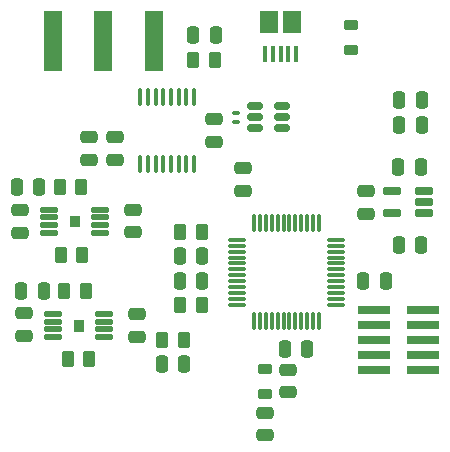
<source format=gbr>
%TF.GenerationSoftware,KiCad,Pcbnew,8.0.8*%
%TF.CreationDate,2025-04-15T16:12:00+02:00*%
%TF.ProjectId,gFocus,67466f63-7573-42e6-9b69-6361645f7063,rev?*%
%TF.SameCoordinates,Original*%
%TF.FileFunction,Paste,Top*%
%TF.FilePolarity,Positive*%
%FSLAX46Y46*%
G04 Gerber Fmt 4.6, Leading zero omitted, Abs format (unit mm)*
G04 Created by KiCad (PCBNEW 8.0.8) date 2025-04-15 16:12:00*
%MOMM*%
%LPD*%
G01*
G04 APERTURE LIST*
G04 Aperture macros list*
%AMRoundRect*
0 Rectangle with rounded corners*
0 $1 Rounding radius*
0 $2 $3 $4 $5 $6 $7 $8 $9 X,Y pos of 4 corners*
0 Add a 4 corners polygon primitive as box body*
4,1,4,$2,$3,$4,$5,$6,$7,$8,$9,$2,$3,0*
0 Add four circle primitives for the rounded corners*
1,1,$1+$1,$2,$3*
1,1,$1+$1,$4,$5*
1,1,$1+$1,$6,$7*
1,1,$1+$1,$8,$9*
0 Add four rect primitives between the rounded corners*
20,1,$1+$1,$2,$3,$4,$5,0*
20,1,$1+$1,$4,$5,$6,$7,0*
20,1,$1+$1,$6,$7,$8,$9,0*
20,1,$1+$1,$8,$9,$2,$3,0*%
G04 Aperture macros list end*
%ADD10C,0.010000*%
%ADD11RoundRect,0.250000X0.475000X-0.250000X0.475000X0.250000X-0.475000X0.250000X-0.475000X-0.250000X0*%
%ADD12RoundRect,0.250000X0.250000X0.475000X-0.250000X0.475000X-0.250000X-0.475000X0.250000X-0.475000X0*%
%ADD13RoundRect,0.250000X-0.250000X-0.475000X0.250000X-0.475000X0.250000X0.475000X-0.250000X0.475000X0*%
%ADD14RoundRect,0.250000X0.262500X0.450000X-0.262500X0.450000X-0.262500X-0.450000X0.262500X-0.450000X0*%
%ADD15RoundRect,0.250000X-0.475000X0.250000X-0.475000X-0.250000X0.475000X-0.250000X0.475000X0.250000X0*%
%ADD16RoundRect,0.250000X-0.262500X-0.450000X0.262500X-0.450000X0.262500X0.450000X-0.262500X0.450000X0*%
%ADD17R,0.400000X1.350000*%
%ADD18R,1.500000X1.900000*%
%ADD19RoundRect,0.060000X0.675000X0.180000X-0.675000X0.180000X-0.675000X-0.180000X0.675000X-0.180000X0*%
%ADD20RoundRect,0.150000X-0.512500X-0.150000X0.512500X-0.150000X0.512500X0.150000X-0.512500X0.150000X0*%
%ADD21RoundRect,0.075000X0.075000X-0.662500X0.075000X0.662500X-0.075000X0.662500X-0.075000X-0.662500X0*%
%ADD22RoundRect,0.075000X0.662500X-0.075000X0.662500X0.075000X-0.662500X0.075000X-0.662500X-0.075000X0*%
%ADD23R,2.790000X0.740000*%
%ADD24RoundRect,0.050000X-0.250000X0.100000X-0.250000X-0.100000X0.250000X-0.100000X0.250000X0.100000X0*%
%ADD25RoundRect,0.143500X-0.061500X0.591500X-0.061500X-0.591500X0.061500X-0.591500X0.061500X0.591500X0*%
%ADD26RoundRect,0.218750X-0.381250X0.218750X-0.381250X-0.218750X0.381250X-0.218750X0.381250X0.218750X0*%
%ADD27RoundRect,0.162500X0.617500X0.162500X-0.617500X0.162500X-0.617500X-0.162500X0.617500X-0.162500X0*%
%ADD28R,1.500000X5.080000*%
G04 APERTURE END LIST*
D10*
%TO.C,U3*%
X136806000Y-94115000D02*
X136094000Y-94115000D01*
X136094000Y-93235000D01*
X136806000Y-93235000D01*
X136806000Y-94115000D01*
G36*
X136806000Y-94115000D02*
G01*
X136094000Y-94115000D01*
X136094000Y-93235000D01*
X136806000Y-93235000D01*
X136806000Y-94115000D01*
G37*
%TO.C,U2*%
X137156000Y-102940000D02*
X136444000Y-102940000D01*
X136444000Y-102060000D01*
X137156000Y-102060000D01*
X137156000Y-102940000D01*
G36*
X137156000Y-102940000D02*
G01*
X136444000Y-102940000D01*
X136444000Y-102060000D01*
X137156000Y-102060000D01*
X137156000Y-102940000D01*
G37*
%TD*%
D11*
%TO.C,C9*%
X150700000Y-91100000D03*
X150700000Y-89200000D03*
%TD*%
D12*
%TO.C,C7*%
X165850000Y-83400000D03*
X163950000Y-83400000D03*
%TD*%
D13*
%TO.C,C25*%
X146500000Y-77900000D03*
X148400000Y-77900000D03*
%TD*%
D14*
%TO.C,R8*%
X148325000Y-80000000D03*
X146500000Y-80000000D03*
%TD*%
D11*
%TO.C,C5*%
X141400000Y-94600000D03*
X141400000Y-92700000D03*
%TD*%
D15*
%TO.C,C10*%
X139900000Y-86550000D03*
X139900000Y-88450000D03*
%TD*%
%TO.C,C12*%
X137700000Y-86550000D03*
X137700000Y-88450000D03*
%TD*%
D11*
%TO.C,C6*%
X141700000Y-103450000D03*
X141700000Y-101550000D03*
%TD*%
D13*
%TO.C,C19*%
X160900000Y-98750000D03*
X162800000Y-98750000D03*
%TD*%
%TO.C,C22*%
X165800000Y-95650000D03*
X163900000Y-95650000D03*
%TD*%
D12*
%TO.C,C17*%
X147250000Y-98750000D03*
X145350000Y-98750000D03*
%TD*%
%TO.C,C23*%
X163850000Y-89100000D03*
X165750000Y-89100000D03*
%TD*%
D16*
%TO.C,R7*%
X145425000Y-94600000D03*
X147250000Y-94600000D03*
%TD*%
D14*
%TO.C,R4*%
X137712500Y-105300000D03*
X135887500Y-105300000D03*
%TD*%
D11*
%TO.C,C14*%
X148300000Y-86950000D03*
X148300000Y-85050000D03*
%TD*%
D17*
%TO.C,J4*%
X155200000Y-79500000D03*
X154550000Y-79500000D03*
X153900000Y-79500000D03*
X153250000Y-79500000D03*
X152600000Y-79500000D03*
D18*
X154900000Y-76800000D03*
X152900000Y-76800000D03*
%TD*%
D11*
%TO.C,C3*%
X131800000Y-94650000D03*
X131800000Y-92750000D03*
%TD*%
D13*
%TO.C,C16*%
X145350000Y-96650000D03*
X147250000Y-96650000D03*
%TD*%
D19*
%TO.C,U3*%
X138600000Y-94650000D03*
X138600000Y-94000000D03*
X138600000Y-93350000D03*
X138600000Y-92700000D03*
X134300000Y-92700000D03*
X134300000Y-93350000D03*
X134300000Y-94000000D03*
X134300000Y-94650000D03*
%TD*%
D15*
%TO.C,C21*%
X152600000Y-109900000D03*
X152600000Y-111800000D03*
%TD*%
D20*
%TO.C,U6*%
X151762500Y-83900000D03*
X151762500Y-84850000D03*
X151762500Y-85800000D03*
X154037500Y-85800000D03*
X154037500Y-84850000D03*
X154037500Y-83900000D03*
%TD*%
D13*
%TO.C,C1*%
X131550000Y-90800000D03*
X133450000Y-90800000D03*
%TD*%
D14*
%TO.C,R1*%
X137012500Y-90800000D03*
X135187500Y-90800000D03*
%TD*%
D13*
%TO.C,C8*%
X163950000Y-85500000D03*
X165850000Y-85500000D03*
%TD*%
D15*
%TO.C,C20*%
X154500000Y-106250000D03*
X154500000Y-108150000D03*
%TD*%
D11*
%TO.C,C24*%
X161150000Y-91150000D03*
X161150000Y-93050000D03*
%TD*%
D13*
%TO.C,C2*%
X131950000Y-99600000D03*
X133850000Y-99600000D03*
%TD*%
D21*
%TO.C,U5*%
X151650000Y-102162500D03*
X152150000Y-102162500D03*
X152650000Y-102162500D03*
X153150000Y-102162500D03*
X153650000Y-102162500D03*
X154150000Y-102162500D03*
X154650000Y-102162500D03*
X155150000Y-102162500D03*
X155650000Y-102162500D03*
X156150000Y-102162500D03*
X156650000Y-102162500D03*
X157150000Y-102162500D03*
D22*
X158562500Y-100750000D03*
X158562500Y-100250000D03*
X158562500Y-99750000D03*
X158562500Y-99250000D03*
X158562500Y-98750000D03*
X158562500Y-98250000D03*
X158562500Y-97750000D03*
X158562500Y-97250000D03*
X158562500Y-96750000D03*
X158562500Y-96250000D03*
X158562500Y-95750000D03*
X158562500Y-95250000D03*
D21*
X157150000Y-93837500D03*
X156650000Y-93837500D03*
X156150000Y-93837500D03*
X155650000Y-93837500D03*
X155150000Y-93837500D03*
X154650000Y-93837500D03*
X154150000Y-93837500D03*
X153650000Y-93837500D03*
X153150000Y-93837500D03*
X152650000Y-93837500D03*
X152150000Y-93837500D03*
X151650000Y-93837500D03*
D22*
X150237500Y-95250000D03*
X150237500Y-95750000D03*
X150237500Y-96250000D03*
X150237500Y-96750000D03*
X150237500Y-97250000D03*
X150237500Y-97750000D03*
X150237500Y-98250000D03*
X150237500Y-98750000D03*
X150237500Y-99250000D03*
X150237500Y-99750000D03*
X150237500Y-100250000D03*
X150237500Y-100750000D03*
%TD*%
D13*
%TO.C,C18*%
X154250000Y-104450000D03*
X156150000Y-104450000D03*
%TD*%
D23*
%TO.C,J1*%
X165920000Y-106250000D03*
X161850000Y-106250000D03*
X165920000Y-104980000D03*
X161850000Y-104980000D03*
X165920000Y-103710000D03*
X161850000Y-103710000D03*
X165920000Y-102440000D03*
X161850000Y-102440000D03*
X165920000Y-101170000D03*
X161850000Y-101170000D03*
%TD*%
D14*
%TO.C,R2*%
X137112500Y-96500000D03*
X135287500Y-96500000D03*
%TD*%
D24*
%TO.C,D1*%
X150100000Y-84550000D03*
X150100000Y-85250000D03*
%TD*%
D25*
%TO.C,U4*%
X146575000Y-83130000D03*
X145925000Y-83130000D03*
X145275000Y-83130000D03*
X144625000Y-83130000D03*
X143975000Y-83130000D03*
X143325000Y-83130000D03*
X142675000Y-83130000D03*
X142025000Y-83130000D03*
X142025000Y-88870000D03*
X142675000Y-88870000D03*
X143325000Y-88870000D03*
X143975000Y-88870000D03*
X144625000Y-88870000D03*
X145275000Y-88870000D03*
X145925000Y-88870000D03*
X146575000Y-88870000D03*
%TD*%
D16*
%TO.C,R6*%
X145387500Y-100800000D03*
X147212500Y-100800000D03*
%TD*%
D15*
%TO.C,C4*%
X132150000Y-101475000D03*
X132150000Y-103375000D03*
%TD*%
D16*
%TO.C,R5*%
X143887500Y-103700000D03*
X145712500Y-103700000D03*
%TD*%
D26*
%TO.C,L2*%
X152550000Y-106187500D03*
X152550000Y-108312500D03*
%TD*%
D27*
%TO.C,U8*%
X163350000Y-93000000D03*
X163350000Y-91100000D03*
X166050000Y-91100000D03*
X166050000Y-92050000D03*
X166050000Y-93000000D03*
%TD*%
D19*
%TO.C,U2*%
X138950000Y-103475000D03*
X138950000Y-102825000D03*
X138950000Y-102175000D03*
X138950000Y-101525000D03*
X134650000Y-101525000D03*
X134650000Y-102175000D03*
X134650000Y-102825000D03*
X134650000Y-103475000D03*
%TD*%
D14*
%TO.C,R3*%
X137412500Y-99600000D03*
X135587500Y-99600000D03*
%TD*%
D12*
%TO.C,C15*%
X145762500Y-105800000D03*
X143862500Y-105800000D03*
%TD*%
D26*
%TO.C,L1*%
X159900000Y-77037500D03*
X159900000Y-79162500D03*
%TD*%
D28*
%TO.C,J2*%
X138900000Y-78400000D03*
X134650000Y-78400000D03*
X143150000Y-78400000D03*
%TD*%
M02*

</source>
